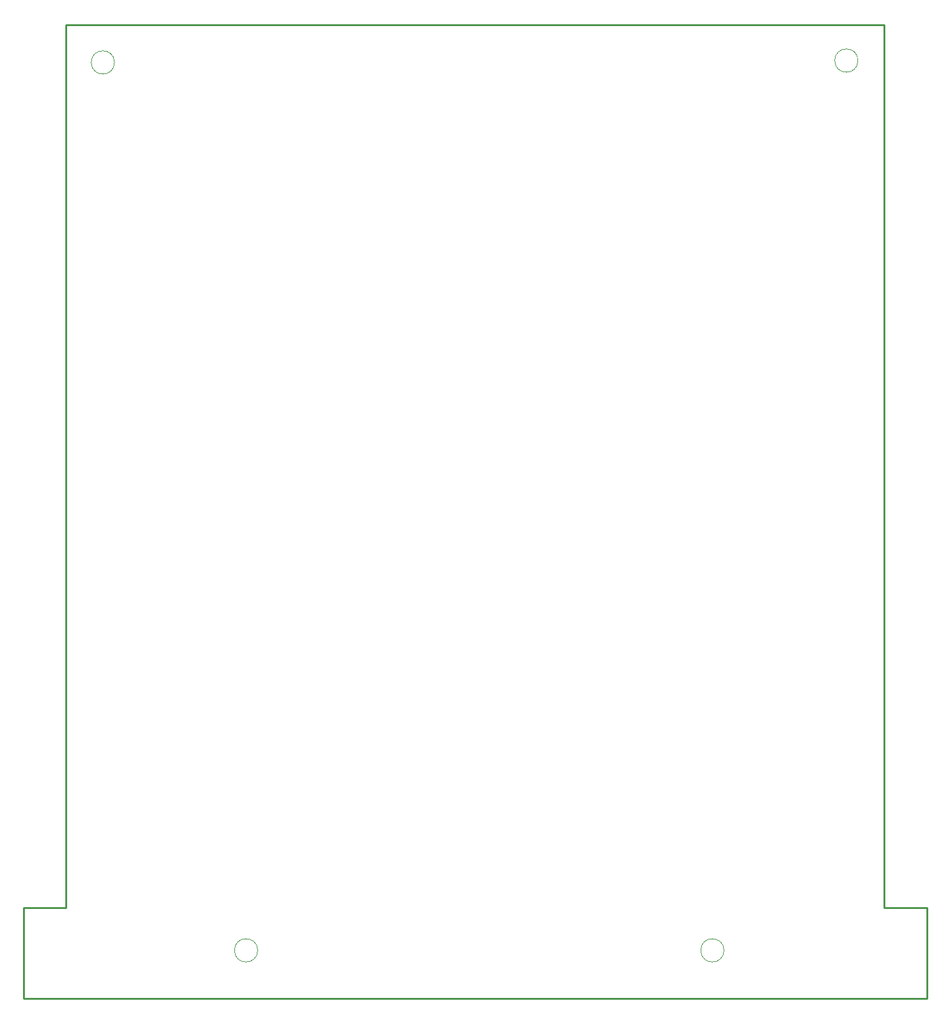
<source format=gbr>
%TF.GenerationSoftware,KiCad,Pcbnew,8.0.8*%
%TF.CreationDate,2025-11-24T21:21:31+01:00*%
%TF.ProjectId,RetroConsoleMk3.1,52657472-6f43-46f6-9e73-6f6c654d6b33,rev?*%
%TF.SameCoordinates,PX237a085PY9f06730*%
%TF.FileFunction,Profile,NP*%
%FSLAX46Y46*%
G04 Gerber Fmt 4.6, Leading zero omitted, Abs format (unit mm)*
G04 Created by KiCad (PCBNEW 8.0.8) date 2025-11-24 21:21:31*
%MOMM*%
%LPD*%
G01*
G04 APERTURE LIST*
%TA.AperFunction,Profile*%
%ADD10C,0.249999*%
%TD*%
%TA.AperFunction,Profile*%
%ADD11C,0.050000*%
%TD*%
G04 APERTURE END LIST*
D10*
X117199982Y132599987D02*
X5799995Y132599987D01*
D11*
X12381134Y127500000D02*
G75*
G02*
X9218856Y127500000I-1581139J0D01*
G01*
X9218856Y127500000D02*
G75*
G02*
X12381134Y127500000I1581139J0D01*
G01*
D10*
X5799995Y132599987D02*
X5799995Y12399994D01*
X117199982Y12399994D02*
X117199982Y132599987D01*
X123000000Y0D02*
X123000000Y12399994D01*
D11*
X113631134Y127750000D02*
G75*
G02*
X110468856Y127750000I-1581139J0D01*
G01*
X110468856Y127750000D02*
G75*
G02*
X113631134Y127750000I1581139J0D01*
G01*
D10*
X5799995Y0D02*
X117399979Y0D01*
X0Y0D02*
X5799995Y0D01*
D11*
X95381134Y6581138D02*
G75*
G02*
X92218856Y6581138I-1581139J0D01*
G01*
X92218856Y6581138D02*
G75*
G02*
X95381134Y6581138I1581139J0D01*
G01*
D10*
X123000000Y12399994D02*
X117199982Y12399994D01*
X5799995Y12399994D02*
X0Y12399994D01*
D11*
X31881134Y6581138D02*
G75*
G02*
X28718856Y6581138I-1581139J0D01*
G01*
X28718856Y6581138D02*
G75*
G02*
X31881134Y6581138I1581139J0D01*
G01*
D10*
X117399979Y0D02*
X123000000Y0D01*
X0Y12399994D02*
X0Y0D01*
M02*

</source>
